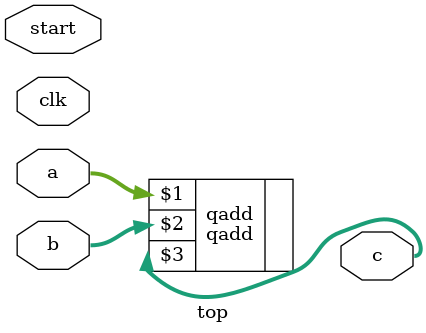
<source format=sv>
parameter N = 32;
`include "src/qadd.sv"

module top(
    input [31:0] a,
    input [31:0] b,
    output [31:0] c,
         input clk,
         input start
    );
        // Inputs
        reg [31:0] a_sig;
        reg [31:0] b_sig;
 
        // Outputs
        reg [31:0] c_sig;
 
        // Instantiate the Unit Under Test (UUT)
        qadd  qadd (a, b, c);
endmodule

</source>
